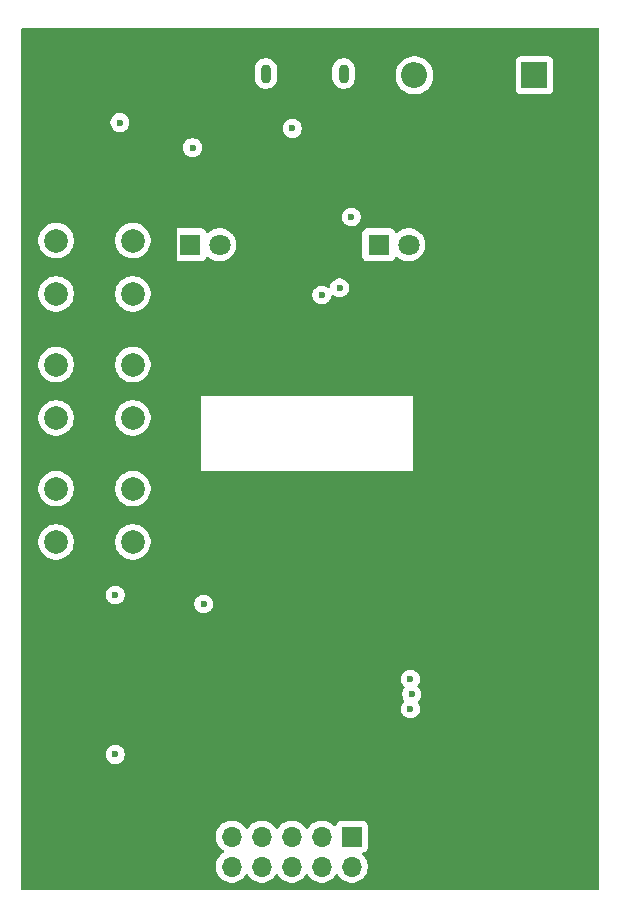
<source format=gbr>
%TF.GenerationSoftware,KiCad,Pcbnew,9.0.0*%
%TF.CreationDate,2025-03-28T11:35:54-04:00*%
%TF.ProjectId,Compute Node,436f6d70-7574-4652-904e-6f64652e6b69,rev?*%
%TF.SameCoordinates,Original*%
%TF.FileFunction,Copper,L3,Inr*%
%TF.FilePolarity,Positive*%
%FSLAX46Y46*%
G04 Gerber Fmt 4.6, Leading zero omitted, Abs format (unit mm)*
G04 Created by KiCad (PCBNEW 9.0.0) date 2025-03-28 11:35:54*
%MOMM*%
%LPD*%
G01*
G04 APERTURE LIST*
%TA.AperFunction,ComponentPad*%
%ADD10R,1.700000X1.700000*%
%TD*%
%TA.AperFunction,ComponentPad*%
%ADD11O,1.700000X1.700000*%
%TD*%
%TA.AperFunction,ComponentPad*%
%ADD12C,2.000000*%
%TD*%
%TA.AperFunction,HeatsinkPad*%
%ADD13O,0.900000X1.600000*%
%TD*%
%TA.AperFunction,ComponentPad*%
%ADD14R,2.200000X2.200000*%
%TD*%
%TA.AperFunction,ComponentPad*%
%ADD15O,2.200000X2.200000*%
%TD*%
%TA.AperFunction,ComponentPad*%
%ADD16R,1.800000X1.800000*%
%TD*%
%TA.AperFunction,ComponentPad*%
%ADD17C,1.800000*%
%TD*%
%TA.AperFunction,ViaPad*%
%ADD18C,0.600000*%
%TD*%
%TA.AperFunction,Conductor*%
%ADD19C,0.200000*%
%TD*%
%TA.AperFunction,Conductor*%
%ADD20C,1.000000*%
%TD*%
G04 APERTURE END LIST*
D10*
%TO.N,MOSI*%
%TO.C,J3*%
X63540000Y-81960000D03*
D11*
%TO.N,EXT_5V*%
X63540000Y-84500000D03*
%TO.N,MISO*%
X61000000Y-81960000D03*
%TO.N,EXT_5V*%
X61000000Y-84500000D03*
%TO.N,SCLK*%
X58460000Y-81960000D03*
%TO.N,GND*%
X58460000Y-84500000D03*
%TO.N,CS*%
X55920000Y-81960000D03*
%TO.N,GND*%
X55920000Y-84500000D03*
%TO.N,ACK*%
X53380000Y-81960000D03*
%TO.N,GND*%
X53380000Y-84500000D03*
%TD*%
D12*
%TO.N,GND*%
%TO.C,SW2*%
X38500000Y-42000000D03*
X45000000Y-42000000D03*
%TO.N,IO0*%
X38500000Y-46500000D03*
X45000000Y-46500000D03*
%TD*%
D13*
%TO.N,GND*%
%TO.C,J2*%
X62850000Y-17350000D03*
X56250000Y-17350000D03*
%TD*%
D12*
%TO.N,GND*%
%TO.C,SW1*%
X38500000Y-31500000D03*
X45000000Y-31500000D03*
%TO.N,EN*%
X38500000Y-36000000D03*
X45000000Y-36000000D03*
%TD*%
D14*
%TO.N,EXT_5V*%
%TO.C,D2*%
X79000000Y-17500000D03*
D15*
%TO.N,VBUS*%
X68840000Y-17500000D03*
%TD*%
D12*
%TO.N,GND*%
%TO.C,SW3*%
X38500000Y-52500000D03*
X45000000Y-52500000D03*
%TO.N,Net-(U1-32K_XN{slash}GPIO33{slash}ADC1_CH5)*%
X38500000Y-57000000D03*
X45000000Y-57000000D03*
%TD*%
D16*
%TO.N,GND*%
%TO.C,D3*%
X49810000Y-31850000D03*
D17*
%TO.N,Net-(D3-A)*%
X52350000Y-31850000D03*
%TD*%
D16*
%TO.N,GND*%
%TO.C,D1*%
X65810000Y-31850000D03*
D17*
%TO.N,Net-(D1-A)*%
X68350000Y-31850000D03*
%TD*%
D18*
%TO.N,ACK*%
X68600000Y-69900000D03*
%TO.N,GND*%
X61000000Y-36100000D03*
X58500000Y-22000000D03*
%TO.N,VDD33*%
X79000000Y-54500000D03*
X51000000Y-53500000D03*
X79000000Y-63500000D03*
X79000000Y-59000000D03*
X79000000Y-50000000D03*
X56500000Y-25000000D03*
X80500000Y-32000000D03*
X50000000Y-41500000D03*
X74000000Y-32000000D03*
X79000000Y-45500000D03*
X41000000Y-21500000D03*
%TO.N,IO0*%
X68500000Y-68615000D03*
X43500000Y-75000000D03*
%TO.N,Net-(U1-32K_XN{slash}GPIO33{slash}ADC1_CH5)*%
X51000000Y-62265000D03*
X43500000Y-61500000D03*
%TO.N,CS*%
X68500000Y-71155000D03*
%TO.N,RTS*%
X43900000Y-21500000D03*
X62500000Y-35500000D03*
%TO.N,DTR*%
X50050000Y-23625000D03*
X63500000Y-29500000D03*
%TD*%
D19*
%TO.N,VDD33*%
X56500000Y-25000000D02*
X56000000Y-25000000D01*
D20*
X64500000Y-41500000D02*
X50000000Y-41500000D01*
X48209000Y-39709000D02*
X48209000Y-28709000D01*
X50000000Y-41500000D02*
X48209000Y-39709000D01*
X74000000Y-32000000D02*
X64500000Y-41500000D01*
X80500000Y-32000000D02*
X74000000Y-32000000D01*
X48209000Y-28709000D02*
X41000000Y-21500000D01*
X79000000Y-45500000D02*
X79000000Y-63500000D01*
%TD*%
%TA.AperFunction,Conductor*%
%TO.N,VDD33*%
G36*
X84442539Y-13520185D02*
G01*
X84488294Y-13572989D01*
X84499500Y-13624500D01*
X84499500Y-86375500D01*
X84479815Y-86442539D01*
X84427011Y-86488294D01*
X84375500Y-86499500D01*
X35624500Y-86499500D01*
X35557461Y-86479815D01*
X35511706Y-86427011D01*
X35500500Y-86375500D01*
X35500500Y-81853713D01*
X52029500Y-81853713D01*
X52029500Y-82066286D01*
X52062753Y-82276239D01*
X52128444Y-82478414D01*
X52224951Y-82667820D01*
X52349890Y-82839786D01*
X52500213Y-82990109D01*
X52672182Y-83115050D01*
X52680946Y-83119516D01*
X52731742Y-83167491D01*
X52748536Y-83235312D01*
X52725998Y-83301447D01*
X52680946Y-83340484D01*
X52672182Y-83344949D01*
X52500213Y-83469890D01*
X52349890Y-83620213D01*
X52224951Y-83792179D01*
X52128444Y-83981585D01*
X52062753Y-84183760D01*
X52029500Y-84393713D01*
X52029500Y-84606286D01*
X52062753Y-84816239D01*
X52128444Y-85018414D01*
X52224951Y-85207820D01*
X52349890Y-85379786D01*
X52500213Y-85530109D01*
X52672179Y-85655048D01*
X52672181Y-85655049D01*
X52672184Y-85655051D01*
X52861588Y-85751557D01*
X53063757Y-85817246D01*
X53273713Y-85850500D01*
X53273714Y-85850500D01*
X53486286Y-85850500D01*
X53486287Y-85850500D01*
X53696243Y-85817246D01*
X53898412Y-85751557D01*
X54087816Y-85655051D01*
X54109789Y-85639086D01*
X54259786Y-85530109D01*
X54259788Y-85530106D01*
X54259792Y-85530104D01*
X54410104Y-85379792D01*
X54410106Y-85379788D01*
X54410109Y-85379786D01*
X54535048Y-85207820D01*
X54535047Y-85207820D01*
X54535051Y-85207816D01*
X54539514Y-85199054D01*
X54587488Y-85148259D01*
X54655308Y-85131463D01*
X54721444Y-85153999D01*
X54760486Y-85199056D01*
X54764951Y-85207820D01*
X54889890Y-85379786D01*
X55040213Y-85530109D01*
X55212179Y-85655048D01*
X55212181Y-85655049D01*
X55212184Y-85655051D01*
X55401588Y-85751557D01*
X55603757Y-85817246D01*
X55813713Y-85850500D01*
X55813714Y-85850500D01*
X56026286Y-85850500D01*
X56026287Y-85850500D01*
X56236243Y-85817246D01*
X56438412Y-85751557D01*
X56627816Y-85655051D01*
X56649789Y-85639086D01*
X56799786Y-85530109D01*
X56799788Y-85530106D01*
X56799792Y-85530104D01*
X56950104Y-85379792D01*
X56950106Y-85379788D01*
X56950109Y-85379786D01*
X57075048Y-85207820D01*
X57075047Y-85207820D01*
X57075051Y-85207816D01*
X57079514Y-85199054D01*
X57127488Y-85148259D01*
X57195308Y-85131463D01*
X57261444Y-85153999D01*
X57300486Y-85199056D01*
X57304951Y-85207820D01*
X57429890Y-85379786D01*
X57580213Y-85530109D01*
X57752179Y-85655048D01*
X57752181Y-85655049D01*
X57752184Y-85655051D01*
X57941588Y-85751557D01*
X58143757Y-85817246D01*
X58353713Y-85850500D01*
X58353714Y-85850500D01*
X58566286Y-85850500D01*
X58566287Y-85850500D01*
X58776243Y-85817246D01*
X58978412Y-85751557D01*
X59167816Y-85655051D01*
X59189789Y-85639086D01*
X59339786Y-85530109D01*
X59339788Y-85530106D01*
X59339792Y-85530104D01*
X59490104Y-85379792D01*
X59490106Y-85379788D01*
X59490109Y-85379786D01*
X59615048Y-85207820D01*
X59615047Y-85207820D01*
X59615051Y-85207816D01*
X59619514Y-85199054D01*
X59667488Y-85148259D01*
X59735308Y-85131463D01*
X59801444Y-85153999D01*
X59840486Y-85199056D01*
X59844951Y-85207820D01*
X59969890Y-85379786D01*
X60120213Y-85530109D01*
X60292179Y-85655048D01*
X60292181Y-85655049D01*
X60292184Y-85655051D01*
X60481588Y-85751557D01*
X60683757Y-85817246D01*
X60893713Y-85850500D01*
X60893714Y-85850500D01*
X61106286Y-85850500D01*
X61106287Y-85850500D01*
X61316243Y-85817246D01*
X61518412Y-85751557D01*
X61707816Y-85655051D01*
X61729789Y-85639086D01*
X61879786Y-85530109D01*
X61879788Y-85530106D01*
X61879792Y-85530104D01*
X62030104Y-85379792D01*
X62030106Y-85379788D01*
X62030109Y-85379786D01*
X62155048Y-85207820D01*
X62155047Y-85207820D01*
X62155051Y-85207816D01*
X62159514Y-85199054D01*
X62207488Y-85148259D01*
X62275308Y-85131463D01*
X62341444Y-85153999D01*
X62380486Y-85199056D01*
X62384951Y-85207820D01*
X62509890Y-85379786D01*
X62660213Y-85530109D01*
X62832179Y-85655048D01*
X62832181Y-85655049D01*
X62832184Y-85655051D01*
X63021588Y-85751557D01*
X63223757Y-85817246D01*
X63433713Y-85850500D01*
X63433714Y-85850500D01*
X63646286Y-85850500D01*
X63646287Y-85850500D01*
X63856243Y-85817246D01*
X64058412Y-85751557D01*
X64247816Y-85655051D01*
X64269789Y-85639086D01*
X64419786Y-85530109D01*
X64419788Y-85530106D01*
X64419792Y-85530104D01*
X64570104Y-85379792D01*
X64570106Y-85379788D01*
X64570109Y-85379786D01*
X64695048Y-85207820D01*
X64695047Y-85207820D01*
X64695051Y-85207816D01*
X64791557Y-85018412D01*
X64857246Y-84816243D01*
X64890500Y-84606287D01*
X64890500Y-84393713D01*
X64857246Y-84183757D01*
X64791557Y-83981588D01*
X64695051Y-83792184D01*
X64695049Y-83792181D01*
X64695048Y-83792179D01*
X64570109Y-83620213D01*
X64456569Y-83506673D01*
X64423084Y-83445350D01*
X64428068Y-83375658D01*
X64469940Y-83319725D01*
X64500915Y-83302810D01*
X64632331Y-83253796D01*
X64747546Y-83167546D01*
X64833796Y-83052331D01*
X64884091Y-82917483D01*
X64890500Y-82857873D01*
X64890499Y-81062128D01*
X64884091Y-81002517D01*
X64882810Y-80999083D01*
X64833797Y-80867671D01*
X64833793Y-80867664D01*
X64747547Y-80752455D01*
X64747544Y-80752452D01*
X64632335Y-80666206D01*
X64632328Y-80666202D01*
X64497482Y-80615908D01*
X64497483Y-80615908D01*
X64437883Y-80609501D01*
X64437881Y-80609500D01*
X64437873Y-80609500D01*
X64437864Y-80609500D01*
X62642129Y-80609500D01*
X62642123Y-80609501D01*
X62582516Y-80615908D01*
X62447671Y-80666202D01*
X62447664Y-80666206D01*
X62332455Y-80752452D01*
X62332452Y-80752455D01*
X62246206Y-80867664D01*
X62246203Y-80867669D01*
X62197189Y-80999083D01*
X62155317Y-81055016D01*
X62089853Y-81079433D01*
X62021580Y-81064581D01*
X61993326Y-81043430D01*
X61879786Y-80929890D01*
X61707820Y-80804951D01*
X61518414Y-80708444D01*
X61518413Y-80708443D01*
X61518412Y-80708443D01*
X61316243Y-80642754D01*
X61316241Y-80642753D01*
X61316240Y-80642753D01*
X61154957Y-80617208D01*
X61106287Y-80609500D01*
X60893713Y-80609500D01*
X60845042Y-80617208D01*
X60683760Y-80642753D01*
X60481585Y-80708444D01*
X60292179Y-80804951D01*
X60120213Y-80929890D01*
X59969890Y-81080213D01*
X59844949Y-81252182D01*
X59840484Y-81260946D01*
X59792509Y-81311742D01*
X59724688Y-81328536D01*
X59658553Y-81305998D01*
X59619516Y-81260946D01*
X59615050Y-81252182D01*
X59490109Y-81080213D01*
X59339786Y-80929890D01*
X59167820Y-80804951D01*
X58978414Y-80708444D01*
X58978413Y-80708443D01*
X58978412Y-80708443D01*
X58776243Y-80642754D01*
X58776241Y-80642753D01*
X58776240Y-80642753D01*
X58614957Y-80617208D01*
X58566287Y-80609500D01*
X58353713Y-80609500D01*
X58305042Y-80617208D01*
X58143760Y-80642753D01*
X57941585Y-80708444D01*
X57752179Y-80804951D01*
X57580213Y-80929890D01*
X57429890Y-81080213D01*
X57304949Y-81252182D01*
X57300484Y-81260946D01*
X57252509Y-81311742D01*
X57184688Y-81328536D01*
X57118553Y-81305998D01*
X57079516Y-81260946D01*
X57075050Y-81252182D01*
X56950109Y-81080213D01*
X56799786Y-80929890D01*
X56627820Y-80804951D01*
X56438414Y-80708444D01*
X56438413Y-80708443D01*
X56438412Y-80708443D01*
X56236243Y-80642754D01*
X56236241Y-80642753D01*
X56236240Y-80642753D01*
X56074957Y-80617208D01*
X56026287Y-80609500D01*
X55813713Y-80609500D01*
X55765042Y-80617208D01*
X55603760Y-80642753D01*
X55401585Y-80708444D01*
X55212179Y-80804951D01*
X55040213Y-80929890D01*
X54889890Y-81080213D01*
X54764949Y-81252182D01*
X54760484Y-81260946D01*
X54712509Y-81311742D01*
X54644688Y-81328536D01*
X54578553Y-81305998D01*
X54539516Y-81260946D01*
X54535050Y-81252182D01*
X54410109Y-81080213D01*
X54259786Y-80929890D01*
X54087820Y-80804951D01*
X53898414Y-80708444D01*
X53898413Y-80708443D01*
X53898412Y-80708443D01*
X53696243Y-80642754D01*
X53696241Y-80642753D01*
X53696240Y-80642753D01*
X53534957Y-80617208D01*
X53486287Y-80609500D01*
X53273713Y-80609500D01*
X53225042Y-80617208D01*
X53063760Y-80642753D01*
X52861585Y-80708444D01*
X52672179Y-80804951D01*
X52500213Y-80929890D01*
X52349890Y-81080213D01*
X52224951Y-81252179D01*
X52128444Y-81441585D01*
X52062753Y-81643760D01*
X52029500Y-81853713D01*
X35500500Y-81853713D01*
X35500500Y-74921153D01*
X42699500Y-74921153D01*
X42699500Y-75078846D01*
X42730261Y-75233489D01*
X42730264Y-75233501D01*
X42790602Y-75379172D01*
X42790609Y-75379185D01*
X42878210Y-75510288D01*
X42878213Y-75510292D01*
X42989707Y-75621786D01*
X42989711Y-75621789D01*
X43120814Y-75709390D01*
X43120827Y-75709397D01*
X43266498Y-75769735D01*
X43266503Y-75769737D01*
X43421153Y-75800499D01*
X43421156Y-75800500D01*
X43421158Y-75800500D01*
X43578844Y-75800500D01*
X43578845Y-75800499D01*
X43733497Y-75769737D01*
X43879179Y-75709394D01*
X44010289Y-75621789D01*
X44121789Y-75510289D01*
X44209394Y-75379179D01*
X44269737Y-75233497D01*
X44300500Y-75078842D01*
X44300500Y-74921158D01*
X44300500Y-74921155D01*
X44300499Y-74921153D01*
X44269738Y-74766510D01*
X44269737Y-74766503D01*
X44269735Y-74766498D01*
X44209397Y-74620827D01*
X44209390Y-74620814D01*
X44121789Y-74489711D01*
X44121786Y-74489707D01*
X44010292Y-74378213D01*
X44010288Y-74378210D01*
X43879185Y-74290609D01*
X43879172Y-74290602D01*
X43733501Y-74230264D01*
X43733489Y-74230261D01*
X43578845Y-74199500D01*
X43578842Y-74199500D01*
X43421158Y-74199500D01*
X43421155Y-74199500D01*
X43266510Y-74230261D01*
X43266498Y-74230264D01*
X43120827Y-74290602D01*
X43120814Y-74290609D01*
X42989711Y-74378210D01*
X42989707Y-74378213D01*
X42878213Y-74489707D01*
X42878210Y-74489711D01*
X42790609Y-74620814D01*
X42790602Y-74620827D01*
X42730264Y-74766498D01*
X42730261Y-74766510D01*
X42699500Y-74921153D01*
X35500500Y-74921153D01*
X35500500Y-68536153D01*
X67699500Y-68536153D01*
X67699500Y-68693846D01*
X67730261Y-68848489D01*
X67730264Y-68848501D01*
X67790602Y-68994172D01*
X67790609Y-68994185D01*
X67878210Y-69125288D01*
X67878213Y-69125292D01*
X67972854Y-69219933D01*
X68006339Y-69281256D01*
X68001355Y-69350948D01*
X67981033Y-69386271D01*
X67978212Y-69389708D01*
X67890609Y-69520814D01*
X67890602Y-69520827D01*
X67830264Y-69666498D01*
X67830261Y-69666510D01*
X67799500Y-69821153D01*
X67799500Y-69978846D01*
X67830261Y-70133489D01*
X67830264Y-70133501D01*
X67890602Y-70279172D01*
X67890609Y-70279185D01*
X67975515Y-70406254D01*
X67996393Y-70472931D01*
X67977909Y-70540311D01*
X67960095Y-70562826D01*
X67878210Y-70644711D01*
X67790609Y-70775814D01*
X67790602Y-70775827D01*
X67730264Y-70921498D01*
X67730261Y-70921510D01*
X67699500Y-71076153D01*
X67699500Y-71233846D01*
X67730261Y-71388489D01*
X67730264Y-71388501D01*
X67790602Y-71534172D01*
X67790609Y-71534185D01*
X67878210Y-71665288D01*
X67878213Y-71665292D01*
X67989707Y-71776786D01*
X67989711Y-71776789D01*
X68120814Y-71864390D01*
X68120827Y-71864397D01*
X68266498Y-71924735D01*
X68266503Y-71924737D01*
X68421153Y-71955499D01*
X68421156Y-71955500D01*
X68421158Y-71955500D01*
X68578844Y-71955500D01*
X68578845Y-71955499D01*
X68733497Y-71924737D01*
X68879179Y-71864394D01*
X69010289Y-71776789D01*
X69121789Y-71665289D01*
X69209394Y-71534179D01*
X69269737Y-71388497D01*
X69300500Y-71233842D01*
X69300500Y-71076158D01*
X69300500Y-71076155D01*
X69300499Y-71076153D01*
X69269738Y-70921510D01*
X69269737Y-70921503D01*
X69269735Y-70921498D01*
X69209397Y-70775827D01*
X69209395Y-70775823D01*
X69209394Y-70775821D01*
X69124483Y-70648743D01*
X69103606Y-70582068D01*
X69122090Y-70514688D01*
X69139901Y-70492176D01*
X69221789Y-70410289D01*
X69309394Y-70279179D01*
X69369737Y-70133497D01*
X69400500Y-69978842D01*
X69400500Y-69821158D01*
X69400500Y-69821155D01*
X69400499Y-69821153D01*
X69369738Y-69666510D01*
X69369737Y-69666503D01*
X69369735Y-69666498D01*
X69309397Y-69520827D01*
X69309390Y-69520814D01*
X69221789Y-69389711D01*
X69221786Y-69389707D01*
X69127144Y-69295065D01*
X69093659Y-69233742D01*
X69098643Y-69164050D01*
X69118986Y-69128702D01*
X69121781Y-69125296D01*
X69121789Y-69125289D01*
X69209394Y-68994179D01*
X69269737Y-68848497D01*
X69300500Y-68693842D01*
X69300500Y-68536158D01*
X69300500Y-68536155D01*
X69300499Y-68536153D01*
X69269738Y-68381510D01*
X69269737Y-68381503D01*
X69269735Y-68381498D01*
X69209397Y-68235827D01*
X69209390Y-68235814D01*
X69121789Y-68104711D01*
X69121786Y-68104707D01*
X69010292Y-67993213D01*
X69010288Y-67993210D01*
X68879185Y-67905609D01*
X68879172Y-67905602D01*
X68733501Y-67845264D01*
X68733489Y-67845261D01*
X68578845Y-67814500D01*
X68578842Y-67814500D01*
X68421158Y-67814500D01*
X68421155Y-67814500D01*
X68266510Y-67845261D01*
X68266498Y-67845264D01*
X68120827Y-67905602D01*
X68120814Y-67905609D01*
X67989711Y-67993210D01*
X67989707Y-67993213D01*
X67878213Y-68104707D01*
X67878210Y-68104711D01*
X67790609Y-68235814D01*
X67790602Y-68235827D01*
X67730264Y-68381498D01*
X67730261Y-68381510D01*
X67699500Y-68536153D01*
X35500500Y-68536153D01*
X35500500Y-61421153D01*
X42699500Y-61421153D01*
X42699500Y-61578846D01*
X42730261Y-61733489D01*
X42730264Y-61733501D01*
X42790602Y-61879172D01*
X42790609Y-61879185D01*
X42878210Y-62010288D01*
X42878213Y-62010292D01*
X42989707Y-62121786D01*
X42989711Y-62121789D01*
X43120814Y-62209390D01*
X43120827Y-62209397D01*
X43266498Y-62269735D01*
X43266503Y-62269737D01*
X43421153Y-62300499D01*
X43421156Y-62300500D01*
X43421158Y-62300500D01*
X43578844Y-62300500D01*
X43578845Y-62300499D01*
X43733497Y-62269737D01*
X43879179Y-62209394D01*
X43913962Y-62186153D01*
X50199500Y-62186153D01*
X50199500Y-62343846D01*
X50230261Y-62498489D01*
X50230264Y-62498501D01*
X50290602Y-62644172D01*
X50290609Y-62644185D01*
X50378210Y-62775288D01*
X50378213Y-62775292D01*
X50489707Y-62886786D01*
X50489711Y-62886789D01*
X50620814Y-62974390D01*
X50620827Y-62974397D01*
X50766498Y-63034735D01*
X50766503Y-63034737D01*
X50921153Y-63065499D01*
X50921156Y-63065500D01*
X50921158Y-63065500D01*
X51078844Y-63065500D01*
X51078845Y-63065499D01*
X51233497Y-63034737D01*
X51379179Y-62974394D01*
X51510289Y-62886789D01*
X51621789Y-62775289D01*
X51709394Y-62644179D01*
X51769737Y-62498497D01*
X51800500Y-62343842D01*
X51800500Y-62186158D01*
X51800500Y-62186155D01*
X51800499Y-62186153D01*
X51787696Y-62121789D01*
X51769737Y-62031503D01*
X51760950Y-62010288D01*
X51709397Y-61885827D01*
X51709390Y-61885814D01*
X51621789Y-61754711D01*
X51621786Y-61754707D01*
X51510292Y-61643213D01*
X51510288Y-61643210D01*
X51379185Y-61555609D01*
X51379172Y-61555602D01*
X51233501Y-61495264D01*
X51233489Y-61495261D01*
X51078845Y-61464500D01*
X51078842Y-61464500D01*
X50921158Y-61464500D01*
X50921155Y-61464500D01*
X50766510Y-61495261D01*
X50766498Y-61495264D01*
X50620827Y-61555602D01*
X50620814Y-61555609D01*
X50489711Y-61643210D01*
X50489707Y-61643213D01*
X50378213Y-61754707D01*
X50378210Y-61754711D01*
X50290609Y-61885814D01*
X50290602Y-61885827D01*
X50230264Y-62031498D01*
X50230261Y-62031510D01*
X50199500Y-62186153D01*
X43913962Y-62186153D01*
X44010289Y-62121789D01*
X44010292Y-62121786D01*
X44039694Y-62092385D01*
X44121786Y-62010292D01*
X44121789Y-62010289D01*
X44209394Y-61879179D01*
X44269737Y-61733497D01*
X44300500Y-61578842D01*
X44300500Y-61421158D01*
X44300500Y-61421155D01*
X44300499Y-61421153D01*
X44269738Y-61266510D01*
X44269737Y-61266503D01*
X44269735Y-61266498D01*
X44209397Y-61120827D01*
X44209390Y-61120814D01*
X44121789Y-60989711D01*
X44121786Y-60989707D01*
X44010292Y-60878213D01*
X44010288Y-60878210D01*
X43879185Y-60790609D01*
X43879172Y-60790602D01*
X43733501Y-60730264D01*
X43733489Y-60730261D01*
X43578845Y-60699500D01*
X43578842Y-60699500D01*
X43421158Y-60699500D01*
X43421155Y-60699500D01*
X43266510Y-60730261D01*
X43266498Y-60730264D01*
X43120827Y-60790602D01*
X43120814Y-60790609D01*
X42989711Y-60878210D01*
X42989707Y-60878213D01*
X42878213Y-60989707D01*
X42878210Y-60989711D01*
X42790609Y-61120814D01*
X42790602Y-61120827D01*
X42730264Y-61266498D01*
X42730261Y-61266510D01*
X42699500Y-61421153D01*
X35500500Y-61421153D01*
X35500500Y-56881902D01*
X36999500Y-56881902D01*
X36999500Y-57118097D01*
X37036446Y-57351368D01*
X37109433Y-57575996D01*
X37216657Y-57786433D01*
X37355483Y-57977510D01*
X37522490Y-58144517D01*
X37713567Y-58283343D01*
X37812991Y-58334002D01*
X37924003Y-58390566D01*
X37924005Y-58390566D01*
X37924008Y-58390568D01*
X38044412Y-58429689D01*
X38148631Y-58463553D01*
X38381903Y-58500500D01*
X38381908Y-58500500D01*
X38618097Y-58500500D01*
X38851368Y-58463553D01*
X39075992Y-58390568D01*
X39286433Y-58283343D01*
X39477510Y-58144517D01*
X39644517Y-57977510D01*
X39783343Y-57786433D01*
X39890568Y-57575992D01*
X39963553Y-57351368D01*
X40000500Y-57118097D01*
X40000500Y-56881902D01*
X43499500Y-56881902D01*
X43499500Y-57118097D01*
X43536446Y-57351368D01*
X43609433Y-57575996D01*
X43716657Y-57786433D01*
X43855483Y-57977510D01*
X44022490Y-58144517D01*
X44213567Y-58283343D01*
X44312991Y-58334002D01*
X44424003Y-58390566D01*
X44424005Y-58390566D01*
X44424008Y-58390568D01*
X44544412Y-58429689D01*
X44648631Y-58463553D01*
X44881903Y-58500500D01*
X44881908Y-58500500D01*
X45118097Y-58500500D01*
X45351368Y-58463553D01*
X45575992Y-58390568D01*
X45786433Y-58283343D01*
X45977510Y-58144517D01*
X46144517Y-57977510D01*
X46283343Y-57786433D01*
X46390568Y-57575992D01*
X46463553Y-57351368D01*
X46500500Y-57118097D01*
X46500500Y-56881902D01*
X46463553Y-56648631D01*
X46390566Y-56424003D01*
X46283342Y-56213566D01*
X46144517Y-56022490D01*
X45977510Y-55855483D01*
X45786433Y-55716657D01*
X45575996Y-55609433D01*
X45351368Y-55536446D01*
X45118097Y-55499500D01*
X45118092Y-55499500D01*
X44881908Y-55499500D01*
X44881903Y-55499500D01*
X44648631Y-55536446D01*
X44424003Y-55609433D01*
X44213566Y-55716657D01*
X44104550Y-55795862D01*
X44022490Y-55855483D01*
X44022488Y-55855485D01*
X44022487Y-55855485D01*
X43855485Y-56022487D01*
X43855485Y-56022488D01*
X43855483Y-56022490D01*
X43795862Y-56104550D01*
X43716657Y-56213566D01*
X43609433Y-56424003D01*
X43536446Y-56648631D01*
X43499500Y-56881902D01*
X40000500Y-56881902D01*
X39963553Y-56648631D01*
X39890566Y-56424003D01*
X39783342Y-56213566D01*
X39644517Y-56022490D01*
X39477510Y-55855483D01*
X39286433Y-55716657D01*
X39075996Y-55609433D01*
X38851368Y-55536446D01*
X38618097Y-55499500D01*
X38618092Y-55499500D01*
X38381908Y-55499500D01*
X38381903Y-55499500D01*
X38148631Y-55536446D01*
X37924003Y-55609433D01*
X37713566Y-55716657D01*
X37604550Y-55795862D01*
X37522490Y-55855483D01*
X37522488Y-55855485D01*
X37522487Y-55855485D01*
X37355485Y-56022487D01*
X37355485Y-56022488D01*
X37355483Y-56022490D01*
X37295862Y-56104550D01*
X37216657Y-56213566D01*
X37109433Y-56424003D01*
X37036446Y-56648631D01*
X36999500Y-56881902D01*
X35500500Y-56881902D01*
X35500500Y-52381902D01*
X36999500Y-52381902D01*
X36999500Y-52618097D01*
X37036446Y-52851368D01*
X37109433Y-53075996D01*
X37216657Y-53286433D01*
X37355483Y-53477510D01*
X37522490Y-53644517D01*
X37713567Y-53783343D01*
X37812991Y-53834002D01*
X37924003Y-53890566D01*
X37924005Y-53890566D01*
X37924008Y-53890568D01*
X38044412Y-53929689D01*
X38148631Y-53963553D01*
X38381903Y-54000500D01*
X38381908Y-54000500D01*
X38618097Y-54000500D01*
X38851368Y-53963553D01*
X39075992Y-53890568D01*
X39286433Y-53783343D01*
X39477510Y-53644517D01*
X39644517Y-53477510D01*
X39783343Y-53286433D01*
X39890568Y-53075992D01*
X39963553Y-52851368D01*
X40000500Y-52618097D01*
X40000500Y-52381902D01*
X43499500Y-52381902D01*
X43499500Y-52618097D01*
X43536446Y-52851368D01*
X43609433Y-53075996D01*
X43716657Y-53286433D01*
X43855483Y-53477510D01*
X44022490Y-53644517D01*
X44213567Y-53783343D01*
X44312991Y-53834002D01*
X44424003Y-53890566D01*
X44424005Y-53890566D01*
X44424008Y-53890568D01*
X44544412Y-53929689D01*
X44648631Y-53963553D01*
X44881903Y-54000500D01*
X44881908Y-54000500D01*
X45118097Y-54000500D01*
X45351368Y-53963553D01*
X45575992Y-53890568D01*
X45786433Y-53783343D01*
X45977510Y-53644517D01*
X46144517Y-53477510D01*
X46283343Y-53286433D01*
X46390568Y-53075992D01*
X46463553Y-52851368D01*
X46500500Y-52618097D01*
X46500500Y-52381902D01*
X46463553Y-52148631D01*
X46390566Y-51924003D01*
X46283342Y-51713566D01*
X46144517Y-51522490D01*
X45977510Y-51355483D01*
X45786433Y-51216657D01*
X45575996Y-51109433D01*
X45351368Y-51036446D01*
X45118097Y-50999500D01*
X45118092Y-50999500D01*
X44881908Y-50999500D01*
X44881903Y-50999500D01*
X44648631Y-51036446D01*
X44424003Y-51109433D01*
X44213566Y-51216657D01*
X44104550Y-51295862D01*
X44022490Y-51355483D01*
X44022488Y-51355485D01*
X44022487Y-51355485D01*
X43855485Y-51522487D01*
X43855485Y-51522488D01*
X43855483Y-51522490D01*
X43795862Y-51604550D01*
X43716657Y-51713566D01*
X43609433Y-51924003D01*
X43536446Y-52148631D01*
X43499500Y-52381902D01*
X40000500Y-52381902D01*
X39963553Y-52148631D01*
X39890566Y-51924003D01*
X39783342Y-51713566D01*
X39644517Y-51522490D01*
X39477510Y-51355483D01*
X39286433Y-51216657D01*
X39075996Y-51109433D01*
X38851368Y-51036446D01*
X38618097Y-50999500D01*
X38618092Y-50999500D01*
X38381908Y-50999500D01*
X38381903Y-50999500D01*
X38148631Y-51036446D01*
X37924003Y-51109433D01*
X37713566Y-51216657D01*
X37604550Y-51295862D01*
X37522490Y-51355483D01*
X37522488Y-51355485D01*
X37522487Y-51355485D01*
X37355485Y-51522487D01*
X37355485Y-51522488D01*
X37355483Y-51522490D01*
X37295862Y-51604550D01*
X37216657Y-51713566D01*
X37109433Y-51924003D01*
X37036446Y-52148631D01*
X36999500Y-52381902D01*
X35500500Y-52381902D01*
X35500500Y-50965000D01*
X50750000Y-50965000D01*
X68750000Y-50965000D01*
X68750000Y-44665000D01*
X50750000Y-44665000D01*
X50750000Y-50965000D01*
X35500500Y-50965000D01*
X35500500Y-46381902D01*
X36999500Y-46381902D01*
X36999500Y-46618097D01*
X37036446Y-46851368D01*
X37109433Y-47075996D01*
X37216657Y-47286433D01*
X37355483Y-47477510D01*
X37522490Y-47644517D01*
X37713567Y-47783343D01*
X37812991Y-47834002D01*
X37924003Y-47890566D01*
X37924005Y-47890566D01*
X37924008Y-47890568D01*
X38044412Y-47929689D01*
X38148631Y-47963553D01*
X38381903Y-48000500D01*
X38381908Y-48000500D01*
X38618097Y-48000500D01*
X38851368Y-47963553D01*
X39075992Y-47890568D01*
X39286433Y-47783343D01*
X39477510Y-47644517D01*
X39644517Y-47477510D01*
X39783343Y-47286433D01*
X39890568Y-47075992D01*
X39963553Y-46851368D01*
X40000500Y-46618097D01*
X40000500Y-46381902D01*
X43499500Y-46381902D01*
X43499500Y-46618097D01*
X43536446Y-46851368D01*
X43609433Y-47075996D01*
X43716657Y-47286433D01*
X43855483Y-47477510D01*
X44022490Y-47644517D01*
X44213567Y-47783343D01*
X44312991Y-47834002D01*
X44424003Y-47890566D01*
X44424005Y-47890566D01*
X44424008Y-47890568D01*
X44544412Y-47929689D01*
X44648631Y-47963553D01*
X44881903Y-48000500D01*
X44881908Y-48000500D01*
X45118097Y-48000500D01*
X45351368Y-47963553D01*
X45575992Y-47890568D01*
X45786433Y-47783343D01*
X45977510Y-47644517D01*
X46144517Y-47477510D01*
X46283343Y-47286433D01*
X46390568Y-47075992D01*
X46463553Y-46851368D01*
X46500500Y-46618097D01*
X46500500Y-46381902D01*
X46463553Y-46148631D01*
X46390566Y-45924003D01*
X46283342Y-45713566D01*
X46144517Y-45522490D01*
X45977510Y-45355483D01*
X45786433Y-45216657D01*
X45575996Y-45109433D01*
X45351368Y-45036446D01*
X45118097Y-44999500D01*
X45118092Y-44999500D01*
X44881908Y-44999500D01*
X44881903Y-44999500D01*
X44648631Y-45036446D01*
X44424003Y-45109433D01*
X44213566Y-45216657D01*
X44104550Y-45295862D01*
X44022490Y-45355483D01*
X44022488Y-45355485D01*
X44022487Y-45355485D01*
X43855485Y-45522487D01*
X43855485Y-45522488D01*
X43855483Y-45522490D01*
X43795862Y-45604550D01*
X43716657Y-45713566D01*
X43609433Y-45924003D01*
X43536446Y-46148631D01*
X43499500Y-46381902D01*
X40000500Y-46381902D01*
X39963553Y-46148631D01*
X39890566Y-45924003D01*
X39783342Y-45713566D01*
X39644517Y-45522490D01*
X39477510Y-45355483D01*
X39286433Y-45216657D01*
X39075996Y-45109433D01*
X38851368Y-45036446D01*
X38618097Y-44999500D01*
X38618092Y-44999500D01*
X38381908Y-44999500D01*
X38381903Y-44999500D01*
X38148631Y-45036446D01*
X37924003Y-45109433D01*
X37713566Y-45216657D01*
X37604550Y-45295862D01*
X37522490Y-45355483D01*
X37522488Y-45355485D01*
X37522487Y-45355485D01*
X37355485Y-45522487D01*
X37355485Y-45522488D01*
X37355483Y-45522490D01*
X37295862Y-45604550D01*
X37216657Y-45713566D01*
X37109433Y-45924003D01*
X37036446Y-46148631D01*
X36999500Y-46381902D01*
X35500500Y-46381902D01*
X35500500Y-41881902D01*
X36999500Y-41881902D01*
X36999500Y-42118097D01*
X37036446Y-42351368D01*
X37109433Y-42575996D01*
X37216657Y-42786433D01*
X37355483Y-42977510D01*
X37522490Y-43144517D01*
X37713567Y-43283343D01*
X37812991Y-43334002D01*
X37924003Y-43390566D01*
X37924005Y-43390566D01*
X37924008Y-43390568D01*
X38044412Y-43429689D01*
X38148631Y-43463553D01*
X38381903Y-43500500D01*
X38381908Y-43500500D01*
X38618097Y-43500500D01*
X38851368Y-43463553D01*
X39075992Y-43390568D01*
X39286433Y-43283343D01*
X39477510Y-43144517D01*
X39644517Y-42977510D01*
X39783343Y-42786433D01*
X39890568Y-42575992D01*
X39963553Y-42351368D01*
X40000500Y-42118097D01*
X40000500Y-41881902D01*
X43499500Y-41881902D01*
X43499500Y-42118097D01*
X43536446Y-42351368D01*
X43609433Y-42575996D01*
X43716657Y-42786433D01*
X43855483Y-42977510D01*
X44022490Y-43144517D01*
X44213567Y-43283343D01*
X44312991Y-43334002D01*
X44424003Y-43390566D01*
X44424005Y-43390566D01*
X44424008Y-43390568D01*
X44544412Y-43429689D01*
X44648631Y-43463553D01*
X44881903Y-43500500D01*
X44881908Y-43500500D01*
X45118097Y-43500500D01*
X45351368Y-43463553D01*
X45575992Y-43390568D01*
X45786433Y-43283343D01*
X45977510Y-43144517D01*
X46144517Y-42977510D01*
X46283343Y-42786433D01*
X46390568Y-42575992D01*
X46463553Y-42351368D01*
X46500500Y-42118097D01*
X46500500Y-41881902D01*
X46463553Y-41648631D01*
X46390566Y-41424003D01*
X46283342Y-41213566D01*
X46144517Y-41022490D01*
X45977510Y-40855483D01*
X45786433Y-40716657D01*
X45575996Y-40609433D01*
X45351368Y-40536446D01*
X45118097Y-40499500D01*
X45118092Y-40499500D01*
X44881908Y-40499500D01*
X44881903Y-40499500D01*
X44648631Y-40536446D01*
X44424003Y-40609433D01*
X44213566Y-40716657D01*
X44104550Y-40795862D01*
X44022490Y-40855483D01*
X44022488Y-40855485D01*
X44022487Y-40855485D01*
X43855485Y-41022487D01*
X43855485Y-41022488D01*
X43855483Y-41022490D01*
X43795862Y-41104550D01*
X43716657Y-41213566D01*
X43609433Y-41424003D01*
X43536446Y-41648631D01*
X43499500Y-41881902D01*
X40000500Y-41881902D01*
X39963553Y-41648631D01*
X39890566Y-41424003D01*
X39783342Y-41213566D01*
X39644517Y-41022490D01*
X39477510Y-40855483D01*
X39286433Y-40716657D01*
X39075996Y-40609433D01*
X38851368Y-40536446D01*
X38618097Y-40499500D01*
X38618092Y-40499500D01*
X38381908Y-40499500D01*
X38381903Y-40499500D01*
X38148631Y-40536446D01*
X37924003Y-40609433D01*
X37713566Y-40716657D01*
X37604550Y-40795862D01*
X37522490Y-40855483D01*
X37522488Y-40855485D01*
X37522487Y-40855485D01*
X37355485Y-41022487D01*
X37355485Y-41022488D01*
X37355483Y-41022490D01*
X37295862Y-41104550D01*
X37216657Y-41213566D01*
X37109433Y-41424003D01*
X37036446Y-41648631D01*
X36999500Y-41881902D01*
X35500500Y-41881902D01*
X35500500Y-35881902D01*
X36999500Y-35881902D01*
X36999500Y-36118097D01*
X37036446Y-36351368D01*
X37109433Y-36575996D01*
X37183719Y-36721789D01*
X37216657Y-36786433D01*
X37355483Y-36977510D01*
X37522490Y-37144517D01*
X37713567Y-37283343D01*
X37812991Y-37334002D01*
X37924003Y-37390566D01*
X37924005Y-37390566D01*
X37924008Y-37390568D01*
X38044412Y-37429689D01*
X38148631Y-37463553D01*
X38381903Y-37500500D01*
X38381908Y-37500500D01*
X38618097Y-37500500D01*
X38851368Y-37463553D01*
X39075992Y-37390568D01*
X39286433Y-37283343D01*
X39477510Y-37144517D01*
X39644517Y-36977510D01*
X39783343Y-36786433D01*
X39890568Y-36575992D01*
X39963553Y-36351368D01*
X39966383Y-36333501D01*
X40000500Y-36118097D01*
X40000500Y-35881902D01*
X43499500Y-35881902D01*
X43499500Y-36118097D01*
X43536446Y-36351368D01*
X43609433Y-36575996D01*
X43683719Y-36721789D01*
X43716657Y-36786433D01*
X43855483Y-36977510D01*
X44022490Y-37144517D01*
X44213567Y-37283343D01*
X44312991Y-37334002D01*
X44424003Y-37390566D01*
X44424005Y-37390566D01*
X44424008Y-37390568D01*
X44544412Y-37429689D01*
X44648631Y-37463553D01*
X44881903Y-37500500D01*
X44881908Y-37500500D01*
X45118097Y-37500500D01*
X45351368Y-37463553D01*
X45575992Y-37390568D01*
X45786433Y-37283343D01*
X45977510Y-37144517D01*
X46144517Y-36977510D01*
X46283343Y-36786433D01*
X46390568Y-36575992D01*
X46463553Y-36351368D01*
X46466383Y-36333501D01*
X46500500Y-36118097D01*
X46500500Y-36021153D01*
X60199500Y-36021153D01*
X60199500Y-36178846D01*
X60230261Y-36333489D01*
X60230264Y-36333501D01*
X60290602Y-36479172D01*
X60290609Y-36479185D01*
X60378210Y-36610288D01*
X60378213Y-36610292D01*
X60489707Y-36721786D01*
X60489711Y-36721789D01*
X60620814Y-36809390D01*
X60620827Y-36809397D01*
X60766498Y-36869735D01*
X60766503Y-36869737D01*
X60921153Y-36900499D01*
X60921156Y-36900500D01*
X60921158Y-36900500D01*
X61078844Y-36900500D01*
X61078845Y-36900499D01*
X61233497Y-36869737D01*
X61379179Y-36809394D01*
X61510289Y-36721789D01*
X61621789Y-36610289D01*
X61709394Y-36479179D01*
X61769737Y-36333497D01*
X61796510Y-36198901D01*
X61828895Y-36136990D01*
X61889610Y-36102416D01*
X61959380Y-36106155D01*
X61987018Y-36119990D01*
X62120814Y-36209390D01*
X62120827Y-36209397D01*
X62266498Y-36269735D01*
X62266503Y-36269737D01*
X62421153Y-36300499D01*
X62421156Y-36300500D01*
X62421158Y-36300500D01*
X62578844Y-36300500D01*
X62578845Y-36300499D01*
X62733497Y-36269737D01*
X62879179Y-36209394D01*
X63010289Y-36121789D01*
X63121789Y-36010289D01*
X63209394Y-35879179D01*
X63269737Y-35733497D01*
X63300500Y-35578842D01*
X63300500Y-35421158D01*
X63300500Y-35421155D01*
X63300499Y-35421153D01*
X63282419Y-35330261D01*
X63269737Y-35266503D01*
X63269735Y-35266498D01*
X63209397Y-35120827D01*
X63209390Y-35120814D01*
X63121789Y-34989711D01*
X63121786Y-34989707D01*
X63010292Y-34878213D01*
X63010288Y-34878210D01*
X62879185Y-34790609D01*
X62879172Y-34790602D01*
X62733501Y-34730264D01*
X62733489Y-34730261D01*
X62578845Y-34699500D01*
X62578842Y-34699500D01*
X62421158Y-34699500D01*
X62421155Y-34699500D01*
X62266510Y-34730261D01*
X62266498Y-34730264D01*
X62120827Y-34790602D01*
X62120814Y-34790609D01*
X61989711Y-34878210D01*
X61989707Y-34878213D01*
X61878213Y-34989707D01*
X61878210Y-34989711D01*
X61790609Y-35120814D01*
X61790602Y-35120827D01*
X61730264Y-35266498D01*
X61730261Y-35266508D01*
X61703489Y-35401099D01*
X61671104Y-35463010D01*
X61610388Y-35497584D01*
X61540618Y-35493843D01*
X61512981Y-35480009D01*
X61379185Y-35390609D01*
X61379172Y-35390602D01*
X61233501Y-35330264D01*
X61233489Y-35330261D01*
X61078845Y-35299500D01*
X61078842Y-35299500D01*
X60921158Y-35299500D01*
X60921155Y-35299500D01*
X60766510Y-35330261D01*
X60766498Y-35330264D01*
X60620827Y-35390602D01*
X60620814Y-35390609D01*
X60489711Y-35478210D01*
X60489707Y-35478213D01*
X60378213Y-35589707D01*
X60378210Y-35589711D01*
X60290609Y-35720814D01*
X60290602Y-35720827D01*
X60230264Y-35866498D01*
X60230261Y-35866510D01*
X60199500Y-36021153D01*
X46500500Y-36021153D01*
X46500500Y-35881902D01*
X46463553Y-35648631D01*
X46408180Y-35478213D01*
X46390568Y-35424008D01*
X46390566Y-35424005D01*
X46390566Y-35424003D01*
X46310315Y-35266503D01*
X46283343Y-35213567D01*
X46144517Y-35022490D01*
X45977510Y-34855483D01*
X45786433Y-34716657D01*
X45575996Y-34609433D01*
X45351368Y-34536446D01*
X45118097Y-34499500D01*
X45118092Y-34499500D01*
X44881908Y-34499500D01*
X44881903Y-34499500D01*
X44648631Y-34536446D01*
X44424003Y-34609433D01*
X44213566Y-34716657D01*
X44111791Y-34790602D01*
X44022490Y-34855483D01*
X44022488Y-34855485D01*
X44022487Y-34855485D01*
X43855485Y-35022487D01*
X43855485Y-35022488D01*
X43855483Y-35022490D01*
X43795862Y-35104550D01*
X43716657Y-35213566D01*
X43609433Y-35424003D01*
X43536446Y-35648631D01*
X43499500Y-35881902D01*
X40000500Y-35881902D01*
X39963553Y-35648631D01*
X39908180Y-35478213D01*
X39890568Y-35424008D01*
X39890566Y-35424005D01*
X39890566Y-35424003D01*
X39810315Y-35266503D01*
X39783343Y-35213567D01*
X39644517Y-35022490D01*
X39477510Y-34855483D01*
X39286433Y-34716657D01*
X39075996Y-34609433D01*
X38851368Y-34536446D01*
X38618097Y-34499500D01*
X38618092Y-34499500D01*
X38381908Y-34499500D01*
X38381903Y-34499500D01*
X38148631Y-34536446D01*
X37924003Y-34609433D01*
X37713566Y-34716657D01*
X37611791Y-34790602D01*
X37522490Y-34855483D01*
X37522488Y-34855485D01*
X37522487Y-34855485D01*
X37355485Y-35022487D01*
X37355485Y-35022488D01*
X37355483Y-35022490D01*
X37295862Y-35104550D01*
X37216657Y-35213566D01*
X37109433Y-35424003D01*
X37036446Y-35648631D01*
X36999500Y-35881902D01*
X35500500Y-35881902D01*
X35500500Y-31381902D01*
X36999500Y-31381902D01*
X36999500Y-31618097D01*
X37036446Y-31851368D01*
X37109433Y-32075996D01*
X37161383Y-32177952D01*
X37216657Y-32286433D01*
X37355483Y-32477510D01*
X37522490Y-32644517D01*
X37713567Y-32783343D01*
X37742082Y-32797872D01*
X37924003Y-32890566D01*
X37924005Y-32890566D01*
X37924008Y-32890568D01*
X38009180Y-32918242D01*
X38148631Y-32963553D01*
X38381903Y-33000500D01*
X38381908Y-33000500D01*
X38618097Y-33000500D01*
X38851368Y-32963553D01*
X39075992Y-32890568D01*
X39286433Y-32783343D01*
X39477510Y-32644517D01*
X39644517Y-32477510D01*
X39783343Y-32286433D01*
X39890568Y-32075992D01*
X39963553Y-31851368D01*
X39981227Y-31739778D01*
X40000500Y-31618097D01*
X40000500Y-31381902D01*
X43499500Y-31381902D01*
X43499500Y-31618097D01*
X43536446Y-31851368D01*
X43609433Y-32075996D01*
X43661383Y-32177952D01*
X43716657Y-32286433D01*
X43855483Y-32477510D01*
X44022490Y-32644517D01*
X44213567Y-32783343D01*
X44242082Y-32797872D01*
X44424003Y-32890566D01*
X44424005Y-32890566D01*
X44424008Y-32890568D01*
X44509180Y-32918242D01*
X44648631Y-32963553D01*
X44881903Y-33000500D01*
X44881908Y-33000500D01*
X45118097Y-33000500D01*
X45351368Y-32963553D01*
X45575992Y-32890568D01*
X45786433Y-32783343D01*
X45977510Y-32644517D01*
X46144517Y-32477510D01*
X46283343Y-32286433D01*
X46390568Y-32075992D01*
X46463553Y-31851368D01*
X46481227Y-31739778D01*
X46500500Y-31618097D01*
X46500500Y-31381902D01*
X46463553Y-31148631D01*
X46426864Y-31035715D01*
X46390568Y-30924008D01*
X46379423Y-30902135D01*
X48409500Y-30902135D01*
X48409500Y-32797870D01*
X48409501Y-32797876D01*
X48415908Y-32857483D01*
X48466202Y-32992328D01*
X48466206Y-32992335D01*
X48552452Y-33107544D01*
X48552455Y-33107547D01*
X48667664Y-33193793D01*
X48667671Y-33193797D01*
X48802517Y-33244091D01*
X48802516Y-33244091D01*
X48809444Y-33244835D01*
X48862127Y-33250500D01*
X50757872Y-33250499D01*
X50817483Y-33244091D01*
X50952331Y-33193796D01*
X51067546Y-33107546D01*
X51153796Y-32992331D01*
X51153798Y-32992326D01*
X51183601Y-32912420D01*
X51225471Y-32856486D01*
X51290936Y-32832068D01*
X51359209Y-32846919D01*
X51387464Y-32868071D01*
X51437636Y-32918243D01*
X51437641Y-32918247D01*
X51539603Y-32992326D01*
X51615978Y-33047815D01*
X51744375Y-33113237D01*
X51812393Y-33147895D01*
X51812396Y-33147896D01*
X51917221Y-33181955D01*
X52022049Y-33216015D01*
X52239778Y-33250500D01*
X52239779Y-33250500D01*
X52460221Y-33250500D01*
X52460222Y-33250500D01*
X52677951Y-33216015D01*
X52887606Y-33147895D01*
X53084022Y-33047815D01*
X53262365Y-32918242D01*
X53418242Y-32762365D01*
X53547815Y-32584022D01*
X53647895Y-32387606D01*
X53716015Y-32177951D01*
X53750500Y-31960222D01*
X53750500Y-31739778D01*
X53716015Y-31522049D01*
X53647895Y-31312394D01*
X53647895Y-31312393D01*
X53564453Y-31148632D01*
X53547815Y-31115978D01*
X53489501Y-31035715D01*
X53442986Y-30971691D01*
X53418247Y-30937641D01*
X53418243Y-30937636D01*
X53382742Y-30902135D01*
X64409500Y-30902135D01*
X64409500Y-32797870D01*
X64409501Y-32797876D01*
X64415908Y-32857483D01*
X64466202Y-32992328D01*
X64466206Y-32992335D01*
X64552452Y-33107544D01*
X64552455Y-33107547D01*
X64667664Y-33193793D01*
X64667671Y-33193797D01*
X64802517Y-33244091D01*
X64802516Y-33244091D01*
X64809444Y-33244835D01*
X64862127Y-33250500D01*
X66757872Y-33250499D01*
X66817483Y-33244091D01*
X66952331Y-33193796D01*
X67067546Y-33107546D01*
X67153796Y-32992331D01*
X67153798Y-32992326D01*
X67183601Y-32912420D01*
X67225471Y-32856486D01*
X67290936Y-32832068D01*
X67359209Y-32846919D01*
X67387464Y-32868071D01*
X67437636Y-32918243D01*
X67437641Y-32918247D01*
X67539603Y-32992326D01*
X67615978Y-33047815D01*
X67744375Y-33113237D01*
X67812393Y-33147895D01*
X67812396Y-33147896D01*
X67917221Y-33181955D01*
X68022049Y-33216015D01*
X68239778Y-33250500D01*
X68239779Y-33250500D01*
X68460221Y-33250500D01*
X68460222Y-33250500D01*
X68677951Y-33216015D01*
X68887606Y-33147895D01*
X69084022Y-33047815D01*
X69262365Y-32918242D01*
X69418242Y-32762365D01*
X69547815Y-32584022D01*
X69647895Y-32387606D01*
X69716015Y-32177951D01*
X69750500Y-31960222D01*
X69750500Y-31739778D01*
X69716015Y-31522049D01*
X69647895Y-31312394D01*
X69647895Y-31312393D01*
X69564453Y-31148632D01*
X69547815Y-31115978D01*
X69442985Y-30971691D01*
X69418247Y-30937641D01*
X69418243Y-30937636D01*
X69262363Y-30781756D01*
X69262358Y-30781752D01*
X69084025Y-30652187D01*
X69084024Y-30652186D01*
X69084022Y-30652185D01*
X68966791Y-30592452D01*
X68887606Y-30552104D01*
X68887603Y-30552103D01*
X68677952Y-30483985D01*
X68569086Y-30466742D01*
X68460222Y-30449500D01*
X68239778Y-30449500D01*
X68167201Y-30460995D01*
X68022047Y-30483985D01*
X67812396Y-30552103D01*
X67812393Y-30552104D01*
X67615974Y-30652187D01*
X67437641Y-30781752D01*
X67437636Y-30781756D01*
X67387463Y-30831929D01*
X67326140Y-30865413D01*
X67256448Y-30860428D01*
X67200515Y-30818557D01*
X67183601Y-30787580D01*
X67153797Y-30707671D01*
X67153793Y-30707664D01*
X67067547Y-30592455D01*
X67067544Y-30592452D01*
X66952335Y-30506206D01*
X66952328Y-30506202D01*
X66817482Y-30455908D01*
X66817483Y-30455908D01*
X66757883Y-30449501D01*
X66757881Y-30449500D01*
X66757873Y-30449500D01*
X66757864Y-30449500D01*
X64862129Y-30449500D01*
X64862123Y-30449501D01*
X64802516Y-30455908D01*
X64667671Y-30506202D01*
X64667664Y-30506206D01*
X64552455Y-30592452D01*
X64552452Y-30592455D01*
X64466206Y-30707664D01*
X64466202Y-30707671D01*
X64415908Y-30842517D01*
X64409501Y-30902116D01*
X64409500Y-30902135D01*
X53382742Y-30902135D01*
X53262363Y-30781756D01*
X53262358Y-30781752D01*
X53084025Y-30652187D01*
X53084024Y-30652186D01*
X53084022Y-30652185D01*
X52966791Y-30592452D01*
X52887606Y-30552104D01*
X52887603Y-30552103D01*
X52677952Y-30483985D01*
X52569086Y-30466742D01*
X52460222Y-30449500D01*
X52239778Y-30449500D01*
X52167201Y-30460995D01*
X52022047Y-30483985D01*
X51812396Y-30552103D01*
X51812393Y-30552104D01*
X51615974Y-30652187D01*
X51437641Y-30781752D01*
X51437636Y-30781756D01*
X51387463Y-30831929D01*
X51326140Y-30865413D01*
X51256448Y-30860428D01*
X51200515Y-30818557D01*
X51183601Y-30787580D01*
X51153797Y-30707671D01*
X51153793Y-30707664D01*
X51067547Y-30592455D01*
X51067544Y-30592452D01*
X50952335Y-30506206D01*
X50952328Y-30506202D01*
X50817482Y-30455908D01*
X50817483Y-30455908D01*
X50757883Y-30449501D01*
X50757881Y-30449500D01*
X50757873Y-30449500D01*
X50757864Y-30449500D01*
X48862129Y-30449500D01*
X48862123Y-30449501D01*
X48802516Y-30455908D01*
X48667671Y-30506202D01*
X48667664Y-30506206D01*
X48552455Y-30592452D01*
X48552452Y-30592455D01*
X48466206Y-30707664D01*
X48466202Y-30707671D01*
X48415908Y-30842517D01*
X48409501Y-30902116D01*
X48409500Y-30902135D01*
X46379423Y-30902135D01*
X46283343Y-30713567D01*
X46144517Y-30522490D01*
X45977510Y-30355483D01*
X45786433Y-30216657D01*
X45575996Y-30109433D01*
X45351368Y-30036446D01*
X45118097Y-29999500D01*
X45118092Y-29999500D01*
X44881908Y-29999500D01*
X44881903Y-29999500D01*
X44648631Y-30036446D01*
X44424003Y-30109433D01*
X44213566Y-30216657D01*
X44140509Y-30269737D01*
X44022490Y-30355483D01*
X44022488Y-30355485D01*
X44022487Y-30355485D01*
X43855485Y-30522487D01*
X43855485Y-30522488D01*
X43855483Y-30522490D01*
X43804651Y-30592454D01*
X43716657Y-30713566D01*
X43609433Y-30924003D01*
X43536446Y-31148631D01*
X43499500Y-31381902D01*
X40000500Y-31381902D01*
X39963553Y-31148631D01*
X39906061Y-30971691D01*
X39890568Y-30924008D01*
X39890566Y-30924005D01*
X39890566Y-30924003D01*
X39783342Y-30713566D01*
X39779054Y-30707664D01*
X39644517Y-30522490D01*
X39477510Y-30355483D01*
X39286433Y-30216657D01*
X39075996Y-30109433D01*
X38851368Y-30036446D01*
X38618097Y-29999500D01*
X38618092Y-29999500D01*
X38381908Y-29999500D01*
X38381903Y-29999500D01*
X38148631Y-30036446D01*
X37924003Y-30109433D01*
X37713566Y-30216657D01*
X37640509Y-30269737D01*
X37522490Y-30355483D01*
X37522488Y-30355485D01*
X37522487Y-30355485D01*
X37355485Y-30522487D01*
X37355485Y-30522488D01*
X37355483Y-30522490D01*
X37304651Y-30592454D01*
X37216657Y-30713566D01*
X37109433Y-30924003D01*
X37036446Y-31148631D01*
X36999500Y-31381902D01*
X35500500Y-31381902D01*
X35500500Y-29421153D01*
X62699500Y-29421153D01*
X62699500Y-29578846D01*
X62730261Y-29733489D01*
X62730264Y-29733501D01*
X62790602Y-29879172D01*
X62790609Y-29879185D01*
X62878210Y-30010288D01*
X62878213Y-30010292D01*
X62989707Y-30121786D01*
X62989711Y-30121789D01*
X63120814Y-30209390D01*
X63120827Y-30209397D01*
X63266498Y-30269735D01*
X63266503Y-30269737D01*
X63421153Y-30300499D01*
X63421156Y-30300500D01*
X63421158Y-30300500D01*
X63578844Y-30300500D01*
X63578845Y-30300499D01*
X63733497Y-30269737D01*
X63846166Y-30223067D01*
X63879172Y-30209397D01*
X63879172Y-30209396D01*
X63879179Y-30209394D01*
X64010289Y-30121789D01*
X64121789Y-30010289D01*
X64209394Y-29879179D01*
X64269737Y-29733497D01*
X64300500Y-29578842D01*
X64300500Y-29421158D01*
X64300500Y-29421155D01*
X64300499Y-29421153D01*
X64269738Y-29266510D01*
X64269737Y-29266503D01*
X64269735Y-29266498D01*
X64209397Y-29120827D01*
X64209390Y-29120814D01*
X64121789Y-28989711D01*
X64121786Y-28989707D01*
X64010292Y-28878213D01*
X64010288Y-28878210D01*
X63879185Y-28790609D01*
X63879172Y-28790602D01*
X63733501Y-28730264D01*
X63733489Y-28730261D01*
X63578845Y-28699500D01*
X63578842Y-28699500D01*
X63421158Y-28699500D01*
X63421155Y-28699500D01*
X63266510Y-28730261D01*
X63266498Y-28730264D01*
X63120827Y-28790602D01*
X63120814Y-28790609D01*
X62989711Y-28878210D01*
X62989707Y-28878213D01*
X62878213Y-28989707D01*
X62878210Y-28989711D01*
X62790609Y-29120814D01*
X62790602Y-29120827D01*
X62730264Y-29266498D01*
X62730261Y-29266510D01*
X62699500Y-29421153D01*
X35500500Y-29421153D01*
X35500500Y-23546153D01*
X49249500Y-23546153D01*
X49249500Y-23703846D01*
X49280261Y-23858489D01*
X49280264Y-23858501D01*
X49340602Y-24004172D01*
X49340609Y-24004185D01*
X49428210Y-24135288D01*
X49428213Y-24135292D01*
X49539707Y-24246786D01*
X49539711Y-24246789D01*
X49670814Y-24334390D01*
X49670827Y-24334397D01*
X49816498Y-24394735D01*
X49816503Y-24394737D01*
X49971153Y-24425499D01*
X49971156Y-24425500D01*
X49971158Y-24425500D01*
X50128844Y-24425500D01*
X50128845Y-24425499D01*
X50283497Y-24394737D01*
X50429179Y-24334394D01*
X50560289Y-24246789D01*
X50671789Y-24135289D01*
X50759394Y-24004179D01*
X50819737Y-23858497D01*
X50850500Y-23703842D01*
X50850500Y-23546158D01*
X50850500Y-23546155D01*
X50850499Y-23546153D01*
X50819738Y-23391510D01*
X50819737Y-23391503D01*
X50819735Y-23391498D01*
X50759397Y-23245827D01*
X50759390Y-23245814D01*
X50671789Y-23114711D01*
X50671786Y-23114707D01*
X50560292Y-23003213D01*
X50560288Y-23003210D01*
X50429185Y-22915609D01*
X50429172Y-22915602D01*
X50283501Y-22855264D01*
X50283489Y-22855261D01*
X50128845Y-22824500D01*
X50128842Y-22824500D01*
X49971158Y-22824500D01*
X49971155Y-22824500D01*
X49816510Y-22855261D01*
X49816498Y-22855264D01*
X49670827Y-22915602D01*
X49670814Y-22915609D01*
X49539711Y-23003210D01*
X49539707Y-23003213D01*
X49428213Y-23114707D01*
X49428210Y-23114711D01*
X49340609Y-23245814D01*
X49340602Y-23245827D01*
X49280264Y-23391498D01*
X49280261Y-23391510D01*
X49249500Y-23546153D01*
X35500500Y-23546153D01*
X35500500Y-21421153D01*
X43099500Y-21421153D01*
X43099500Y-21578846D01*
X43130261Y-21733489D01*
X43130264Y-21733501D01*
X43190602Y-21879172D01*
X43190609Y-21879185D01*
X43278210Y-22010288D01*
X43278213Y-22010292D01*
X43389707Y-22121786D01*
X43389711Y-22121789D01*
X43520814Y-22209390D01*
X43520827Y-22209397D01*
X43666498Y-22269735D01*
X43666503Y-22269737D01*
X43821153Y-22300499D01*
X43821156Y-22300500D01*
X43821158Y-22300500D01*
X43978844Y-22300500D01*
X43978845Y-22300499D01*
X44133497Y-22269737D01*
X44279179Y-22209394D01*
X44410289Y-22121789D01*
X44521789Y-22010289D01*
X44581348Y-21921153D01*
X57699500Y-21921153D01*
X57699500Y-22078846D01*
X57730261Y-22233489D01*
X57730264Y-22233501D01*
X57790602Y-22379172D01*
X57790609Y-22379185D01*
X57878210Y-22510288D01*
X57878213Y-22510292D01*
X57989707Y-22621786D01*
X57989711Y-22621789D01*
X58120814Y-22709390D01*
X58120827Y-22709397D01*
X58266498Y-22769735D01*
X58266503Y-22769737D01*
X58421153Y-22800499D01*
X58421156Y-22800500D01*
X58421158Y-22800500D01*
X58578844Y-22800500D01*
X58578845Y-22800499D01*
X58733497Y-22769737D01*
X58879179Y-22709394D01*
X59010289Y-22621789D01*
X59121789Y-22510289D01*
X59209394Y-22379179D01*
X59269737Y-22233497D01*
X59300500Y-22078842D01*
X59300500Y-21921158D01*
X59300500Y-21921155D01*
X59300499Y-21921153D01*
X59269738Y-21766510D01*
X59269737Y-21766503D01*
X59256062Y-21733489D01*
X59209397Y-21620827D01*
X59209390Y-21620814D01*
X59121789Y-21489711D01*
X59121786Y-21489707D01*
X59010292Y-21378213D01*
X59010288Y-21378210D01*
X58879185Y-21290609D01*
X58879172Y-21290602D01*
X58733501Y-21230264D01*
X58733489Y-21230261D01*
X58578845Y-21199500D01*
X58578842Y-21199500D01*
X58421158Y-21199500D01*
X58421155Y-21199500D01*
X58266510Y-21230261D01*
X58266498Y-21230264D01*
X58120827Y-21290602D01*
X58120814Y-21290609D01*
X57989711Y-21378210D01*
X57989707Y-21378213D01*
X57878213Y-21489707D01*
X57878210Y-21489711D01*
X57790609Y-21620814D01*
X57790602Y-21620827D01*
X57730264Y-21766498D01*
X57730261Y-21766510D01*
X57699500Y-21921153D01*
X44581348Y-21921153D01*
X44609394Y-21879179D01*
X44669737Y-21733497D01*
X44700500Y-21578842D01*
X44700500Y-21421158D01*
X44700500Y-21421155D01*
X44700499Y-21421153D01*
X44674531Y-21290606D01*
X44669737Y-21266503D01*
X44669735Y-21266498D01*
X44609397Y-21120827D01*
X44609390Y-21120814D01*
X44521789Y-20989711D01*
X44521786Y-20989707D01*
X44410292Y-20878213D01*
X44410288Y-20878210D01*
X44279185Y-20790609D01*
X44279172Y-20790602D01*
X44133501Y-20730264D01*
X44133489Y-20730261D01*
X43978845Y-20699500D01*
X43978842Y-20699500D01*
X43821158Y-20699500D01*
X43821155Y-20699500D01*
X43666510Y-20730261D01*
X43666498Y-20730264D01*
X43520827Y-20790602D01*
X43520814Y-20790609D01*
X43389711Y-20878210D01*
X43389707Y-20878213D01*
X43278213Y-20989707D01*
X43278210Y-20989711D01*
X43190609Y-21120814D01*
X43190602Y-21120827D01*
X43130264Y-21266498D01*
X43130261Y-21266510D01*
X43099500Y-21421153D01*
X35500500Y-21421153D01*
X35500500Y-16906379D01*
X55299500Y-16906379D01*
X55299500Y-17793620D01*
X55336025Y-17977243D01*
X55336027Y-17977251D01*
X55407676Y-18150228D01*
X55407681Y-18150237D01*
X55511697Y-18305907D01*
X55511700Y-18305911D01*
X55644088Y-18438299D01*
X55644092Y-18438302D01*
X55799762Y-18542318D01*
X55799771Y-18542323D01*
X55800575Y-18542656D01*
X55972749Y-18613973D01*
X56156379Y-18650499D01*
X56156383Y-18650500D01*
X56156384Y-18650500D01*
X56343617Y-18650500D01*
X56343618Y-18650499D01*
X56527251Y-18613973D01*
X56700231Y-18542322D01*
X56855908Y-18438302D01*
X56988302Y-18305908D01*
X57092322Y-18150231D01*
X57163973Y-17977251D01*
X57200500Y-17793616D01*
X57200500Y-16906384D01*
X57200499Y-16906379D01*
X61899500Y-16906379D01*
X61899500Y-17793620D01*
X61936025Y-17977243D01*
X61936027Y-17977251D01*
X62007676Y-18150228D01*
X62007681Y-18150237D01*
X62111697Y-18305907D01*
X62111700Y-18305911D01*
X62244088Y-18438299D01*
X62244092Y-18438302D01*
X62399762Y-18542318D01*
X62399771Y-18542323D01*
X62400575Y-18542656D01*
X62572749Y-18613973D01*
X62756379Y-18650499D01*
X62756383Y-18650500D01*
X62756384Y-18650500D01*
X62943617Y-18650500D01*
X62943618Y-18650499D01*
X63127251Y-18613973D01*
X63300231Y-18542322D01*
X63455908Y-18438302D01*
X63588302Y-18305908D01*
X63692322Y-18150231D01*
X63763973Y-17977251D01*
X63800500Y-17793616D01*
X63800500Y-17374038D01*
X67239500Y-17374038D01*
X67239500Y-17625961D01*
X67278910Y-17874785D01*
X67356760Y-18114383D01*
X67435413Y-18268747D01*
X67454349Y-18305911D01*
X67471132Y-18338848D01*
X67619201Y-18542649D01*
X67619205Y-18542654D01*
X67797345Y-18720794D01*
X67797350Y-18720798D01*
X67964623Y-18842328D01*
X68001155Y-18868870D01*
X68144184Y-18941747D01*
X68225616Y-18983239D01*
X68225618Y-18983239D01*
X68225621Y-18983241D01*
X68465215Y-19061090D01*
X68714038Y-19100500D01*
X68714039Y-19100500D01*
X68965961Y-19100500D01*
X68965962Y-19100500D01*
X69214785Y-19061090D01*
X69454379Y-18983241D01*
X69678845Y-18868870D01*
X69882656Y-18720793D01*
X70060793Y-18542656D01*
X70208870Y-18338845D01*
X70323241Y-18114379D01*
X70401090Y-17874785D01*
X70440500Y-17625962D01*
X70440500Y-17374038D01*
X70401090Y-17125215D01*
X70323241Y-16885621D01*
X70323239Y-16885618D01*
X70323239Y-16885616D01*
X70240257Y-16722756D01*
X70208870Y-16661155D01*
X70127944Y-16549769D01*
X70060798Y-16457350D01*
X70060794Y-16457345D01*
X69955584Y-16352135D01*
X77399500Y-16352135D01*
X77399500Y-18647870D01*
X77399501Y-18647876D01*
X77405908Y-18707483D01*
X77456202Y-18842328D01*
X77456206Y-18842335D01*
X77542452Y-18957544D01*
X77542455Y-18957547D01*
X77657664Y-19043793D01*
X77657671Y-19043797D01*
X77792517Y-19094091D01*
X77792516Y-19094091D01*
X77799444Y-19094835D01*
X77852127Y-19100500D01*
X80147872Y-19100499D01*
X80207483Y-19094091D01*
X80342331Y-19043796D01*
X80457546Y-18957546D01*
X80543796Y-18842331D01*
X80594091Y-18707483D01*
X80600500Y-18647873D01*
X80600499Y-16352128D01*
X80594091Y-16292517D01*
X80589124Y-16279201D01*
X80543797Y-16157671D01*
X80543793Y-16157664D01*
X80457547Y-16042455D01*
X80457544Y-16042452D01*
X80342335Y-15956206D01*
X80342328Y-15956202D01*
X80207482Y-15905908D01*
X80207483Y-15905908D01*
X80147883Y-15899501D01*
X80147881Y-15899500D01*
X80147873Y-15899500D01*
X80147864Y-15899500D01*
X77852129Y-15899500D01*
X77852123Y-15899501D01*
X77792516Y-15905908D01*
X77657671Y-15956202D01*
X77657664Y-15956206D01*
X77542455Y-16042452D01*
X77542452Y-16042455D01*
X77456206Y-16157664D01*
X77456202Y-16157671D01*
X77405908Y-16292517D01*
X77399501Y-16352116D01*
X77399501Y-16352123D01*
X77399500Y-16352135D01*
X69955584Y-16352135D01*
X69882654Y-16279205D01*
X69882649Y-16279201D01*
X69678848Y-16131132D01*
X69678847Y-16131131D01*
X69678845Y-16131130D01*
X69608747Y-16095413D01*
X69454383Y-16016760D01*
X69214785Y-15938910D01*
X68965962Y-15899500D01*
X68714038Y-15899500D01*
X68589626Y-15919205D01*
X68465214Y-15938910D01*
X68225616Y-16016760D01*
X68001151Y-16131132D01*
X67797350Y-16279201D01*
X67797345Y-16279205D01*
X67619205Y-16457345D01*
X67619201Y-16457350D01*
X67471132Y-16661151D01*
X67356760Y-16885616D01*
X67278910Y-17125214D01*
X67239500Y-17374038D01*
X63800500Y-17374038D01*
X63800500Y-16906384D01*
X63763973Y-16722749D01*
X63692322Y-16549769D01*
X63692321Y-16549768D01*
X63692318Y-16549762D01*
X63588302Y-16394092D01*
X63588299Y-16394088D01*
X63455911Y-16261700D01*
X63455907Y-16261697D01*
X63300237Y-16157681D01*
X63300228Y-16157676D01*
X63127251Y-16086027D01*
X63127243Y-16086025D01*
X62943620Y-16049500D01*
X62943616Y-16049500D01*
X62756384Y-16049500D01*
X62756379Y-16049500D01*
X62572756Y-16086025D01*
X62572748Y-16086027D01*
X62399771Y-16157676D01*
X62399762Y-16157681D01*
X62244092Y-16261697D01*
X62244088Y-16261700D01*
X62111700Y-16394088D01*
X62111697Y-16394092D01*
X62007681Y-16549762D01*
X62007676Y-16549771D01*
X61936027Y-16722748D01*
X61936025Y-16722756D01*
X61899500Y-16906379D01*
X57200499Y-16906379D01*
X57163973Y-16722749D01*
X57092322Y-16549769D01*
X57092321Y-16549768D01*
X57092318Y-16549762D01*
X56988302Y-16394092D01*
X56988299Y-16394088D01*
X56855911Y-16261700D01*
X56855907Y-16261697D01*
X56700237Y-16157681D01*
X56700228Y-16157676D01*
X56527251Y-16086027D01*
X56527243Y-16086025D01*
X56343620Y-16049500D01*
X56343616Y-16049500D01*
X56156384Y-16049500D01*
X56156379Y-16049500D01*
X55972756Y-16086025D01*
X55972748Y-16086027D01*
X55799771Y-16157676D01*
X55799762Y-16157681D01*
X55644092Y-16261697D01*
X55644088Y-16261700D01*
X55511700Y-16394088D01*
X55511697Y-16394092D01*
X55407681Y-16549762D01*
X55407676Y-16549771D01*
X55336027Y-16722748D01*
X55336025Y-16722756D01*
X55299500Y-16906379D01*
X35500500Y-16906379D01*
X35500500Y-13624500D01*
X35520185Y-13557461D01*
X35572989Y-13511706D01*
X35624500Y-13500500D01*
X84375500Y-13500500D01*
X84442539Y-13520185D01*
G37*
%TD.AperFunction*%
%TD*%
M02*

</source>
